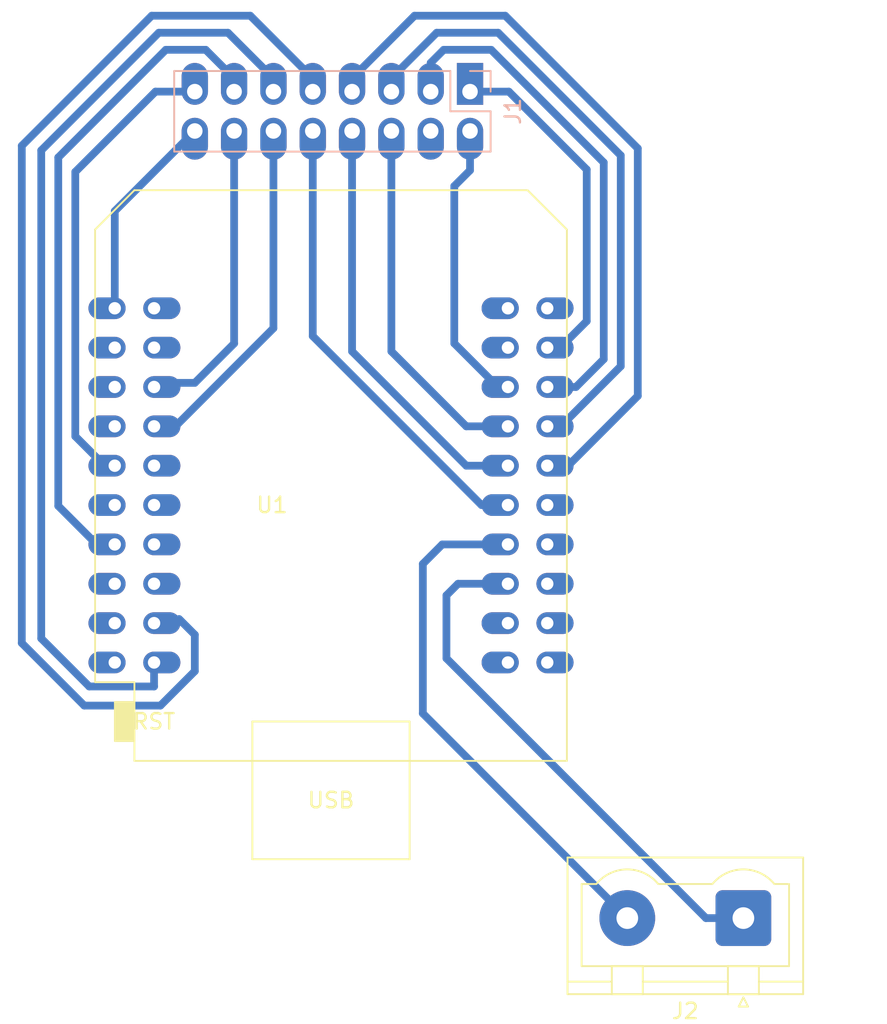
<source format=kicad_pcb>
(kicad_pcb (version 20211014) (generator pcbnew)
  (layers (0 "F.Cu" signal) (31 "B.Cu" signal) (34 "B.Paste" user) (35 "F.Paste" user) (36 "B.SilkS" user "B.Silkscreen") (37 "F.SilkS" user "F.Silkscreen") (38 "B.Mask" user) (39 "F.Mask" user) (44 "Edge.Cuts" user))
  (net 0 "")
  (net 1 "Net-(J2-Pad1)")
  (net 2 "Net-(J1-Pad1)")
  (net 8 "Net-(U1-Pad13)")
  (net 13 "Net-(J1-Pad2)")
  (net 14 "Net-(J1-Pad3)")
  (net 18 "Net-(J1-Pad5)")
  (net 19 "Net-(J1-Pad6)")
  (net 20 "Net-(J1-Pad7)")
  (net 22 "Net-(J1-Pad8)")
  (net 23 "Net-(U1-Pad20)")
  (net 24 "Net-(J1-Pad10)")
  (net 25 "Net-(U1-Pad9)")
  (net 26 "Net-(J1-Pad12)")
  (net 27 "Net-(J1-Pad14)")
  (net 28 "Net-(U1-Pad18)")
  (net 29 "Net-(J1-Pad16)")
  (footprint "Connector_Phoenix_GMSTB:PhoenixContact_GMSTBVA_2,5_2-G_1x02_P7.50mm_Vertical" (layer "F.Cu") (at 151.264 138.684 180)
    (fp_text reference "J2" (at 3.75 -6) (layer "F.SilkS"))
    (fp_text value "Power")
    (fp_line (start 0 -5.11) (end -0.3 -5.71) (layer "F.SilkS") (width 0.12))
    (fp_line (start 8.5 -3.1) (end 6.5 -3.1) (layer "F.SilkS") (width 0.12))
    (fp_line (start -1 -3.1) (end -1 -4.91) (layer "F.SilkS") (width 0.12))
    (fp_line (start 10.45 -3.1) (end 10.45 2.2) (layer "F.SilkS") (width 0.12))
    (fp_line (start 11.36 -4.91) (end -3.86 -4.91) (layer "F.SilkS") (width 0.12))
    (fp_line (start 2 2.2) (end 5.5 2.2) (layer "F.SilkS") (width 0.12))
    (fp_line (start -1 -4.91) (end 1 -4.91) (layer "F.SilkS") (width 0.12))
    (fp_line (start -2.95 2.2) (end -2.95 -3.1) (layer "F.SilkS") (width 0.12))
    (fp_line (start -3.86 -4.91) (end -3.86 3.91) (layer "F.SilkS") (width 0.12))
    (fp_line (start 1 -3.1) (end -1 -3.1) (layer "F.SilkS") (width 0.12))
    (fp_line (start 10.45 2.2) (end 9.5 2.2) (layer "F.SilkS") (width 0.12))
    (fp_line (start 6.5 -4.91) (end 8.5 -4.91) (layer "F.SilkS") (width 0.12))
    (fp_line (start -0.3 -5.71) (end 0.3 -5.71) (layer "F.SilkS") (width 0.12))
    (fp_line (start 1 -4.1) (end 6.5 -4.1) (layer "F.SilkS") (width 0.12))
    (fp_line (start 6.5 -3.1) (end 6.5 -4.91) (layer "F.SilkS") (width 0.12))
    (fp_line (start -2.95 -3.1) (end 10.45 -3.1) (layer "F.SilkS") (width 0.12))
    (fp_line (start -3.86 -4.1) (end -1.11 -4.1) (layer "F.SilkS") (width 0.12))
    (fp_line (start 1 -4.91) (end 1 -3.1) (layer "F.SilkS") (width 0.12))
    (fp_line (start -3.86 3.91) (end 11.36 3.91) (layer "F.SilkS") (width 0.12))
    (fp_line (start 11.36 -4.1) (end 8.61 -4.1) (layer "F.SilkS") (width 0.12))
    (fp_line (start 0.3 -5.71) (end 0 -5.11) (layer "F.SilkS") (width 0.12))
    (fp_line (start 8.5 -4.91) (end 8.5 -3.1) (layer "F.SilkS") (width 0.12))
    (fp_line (start 11.36 3.91) (end 11.36 -4.91) (layer "F.SilkS") (width 0.12))
    (fp_line (start -2 2.2) (end -2.95 2.2) (layer "F.SilkS") (width 0.12))
    (fp_arc (start 1.986842 2.215821) (mid -0.010289 3.142758) (end -2 2.2) (layer "F.SilkS") (width 0.12))
    (fp_arc (start 9.486842 2.215821) (mid 7.489711 3.142758) (end 5.5 2.2) (layer "F.SilkS") (width 0.12))
    (pad "1" thru_hole roundrect (at 0 0 180) (size 3.6 3.6) (drill 1.4) (layers *.Cu *.Mask) (roundrect_rratio 0.125) (net 1 "Net-(J2-Pad1)"))
    (pad "2" thru_hole oval (at 7.5 0 180) (size 3.6 3.6) (drill 1.4) (layers *.Cu *.Mask) (net 29 "Net-(J1-Pad16)"))
  )
  (footprint "ESP32_mini:ESP32_mini" (layer "F.Cu") (at 124.623 110.757)
    (fp_text reference "U1" (at -3.81 1.27) (layer "F.SilkS"))
    (fp_text value "mini_esp32")
    (fp_text user "USB" (at 0 20.32) (layer "F.SilkS"))
    (fp_text user "RST" (at -11.43 15.24) (layer "F.SilkS"))
    (fp_line (start 5.08 15.24) (end 5.08 17.78) (layer "F.SilkS") (width 0.12))
    (fp_line (start -15.24 12.7) (end -12.7 12.7) (layer "F.SilkS") (width 0.12))
    (fp_line (start -5.08 15.24) (end 5.08 15.24) (layer "F.SilkS") (width 0.12))
    (fp_line (start -12.7 17.78) (end 15.24 17.78) (layer "F.SilkS") (width 0.12))
    (fp_line (start -5.08 17.78) (end -5.08 15.24) (layer "F.SilkS") (width 0.12))
    (fp_line (start -12.7 12.7) (end -12.7 17.78) (layer "F.SilkS") (width 0.12))
    (fp_line (start -5.08 17.78) (end -5.08 24.13) (layer "F.SilkS") (width 0.12))
    (fp_line (start 12.7 -19.05) (end -11.43 -19.05) (layer "F.SilkS") (width 0.12))
    (fp_line (start 15.24 -16.51) (end 15.24 17.78) (layer "F.SilkS") (width 0.12))
    (fp_line (start 12.7 -19.05) (end 15.24 -16.51) (layer "F.SilkS") (width 0.12))
    (fp_line (start 5.08 24.13) (end 5.08 17.78) (layer "F.SilkS") (width 0.12))
    (fp_line (start -5.08 24.13) (end 5.08 24.13) (layer "F.SilkS") (width 0.12))
    (fp_line (start -12.7 -19.05) (end -11.43 -19.05) (layer "F.SilkS") (width 0.12))
    (fp_line (start -15.24 -16.51) (end -15.24 12.7) (layer "F.SilkS") (width 0.12))
    (fp_line (start -12.7 -19.05) (end -15.24 -16.51) (layer "F.SilkS") (width 0.12))
    (fp_poly (pts (xy -13.97 16.51) (xy -13.97 13.97) (xy -12.7 13.97) (xy -12.7 16.51)) (layer "F.SilkS") (width 0.1) (fill solid))
    (pad "1" thru_hole oval locked (at -13.97 -11.43 270) (size 1.4 2.4) (drill 0.8 (offset 0 0.5)) (layers *.Cu *.Mask) (net 29 "Net-(J1-Pad16)"))
    (pad "2" thru_hole oval locked (at -11.43 -11.43 270) (size 1.4 2.4) (drill 0.8 (offset 0 -0.5)) (layers *.Cu *.Mask))
    (pad "3" thru_hole oval locked (at -13.97 -8.89 270) (size 1.4 2.4) (drill 0.8 (offset 0 0.5)) (layers *.Cu *.Mask))
    (pad "4" thru_hole oval locked (at -11.43 -8.89 270) (size 1.4 2.4) (drill 0.8 (offset 0 -0.5)) (layers *.Cu *.Mask))
    (pad "5" thru_hole oval locked (at -13.97 -6.35 270) (size 1.4 2.4) (drill 0.8 (offset 0 0.5)) (layers *.Cu *.Mask))
    (pad "6" thru_hole oval locked (at -11.43 -6.35 270) (size 1.4 2.4) (drill 0.8 (offset 0 -0.5)) (layers *.Cu *.Mask) (net 27 "Net-(J1-Pad14)"))
    (pad "7" thru_hole oval locked (at -13.97 -3.81 270) (size 1.4 2.4) (drill 0.8 (offset 0 0.5)) (layers *.Cu *.Mask))
    (pad "8" thru_hole oval locked (at -11.43 -3.81 270) (size 1.4 2.4) (drill 0.8 (offset 0 -0.5)) (layers *.Cu *.Mask) (net 26 "Net-(J1-Pad12)"))
    (pad "9" thru_hole oval locked (at -13.97 -1.27 270) (size 1.4 2.4) (drill 0.8 (offset 0 0.5)) (layers *.Cu *.Mask) (net 25 "Net-(U1-Pad9)"))
    (pad "10" thru_hole oval locked (at -11.43 -1.27 270) (size 1.4 2.4) (drill 0.8 (offset 0 -0.5)) (layers *.Cu *.Mask))
    (pad "11" thru_hole oval locked (at -13.97 1.27 270) (size 1.4 2.4) (drill 0.8 (offset 0 0.5)) (layers *.Cu *.Mask))
    (pad "12" thru_hole oval locked (at -11.43 1.27 270) (size 1.4 2.4) (drill 0.8 (offset 0 -0.5)) (layers *.Cu *.Mask))
    (pad "13" thru_hole oval locked (at -13.97 3.81 270) (size 1.4 2.4) (drill 0.8 (offset 0 0.5)) (layers *.Cu *.Mask) (net 8 "Net-(U1-Pad13)"))
    (pad "14" thru_hole oval locked (at -11.43 3.81 270) (size 1.4 2.4) (drill 0.8 (offset 0 -0.5)) (layers *.Cu *.Mask))
    (pad "15" thru_hole oval locked (at -13.97 6.35 270) (size 1.4 2.4) (drill 0.8 (offset 0 0.5)) (layers *.Cu *.Mask))
    (pad "16" thru_hole oval locked (at -11.43 6.35 270) (size 1.4 2.4) (drill 0.8 (offset 0 -0.5)) (layers *.Cu *.Mask))
    (pad "17" thru_hole oval locked (at -13.97 8.89 270) (size 1.4 2.4) (drill 0.8 (offset 0 0.5)) (layers *.Cu *.Mask))
    (pad "18" thru_hole oval locked (at -11.43 8.89 270) (size 1.4 2.4) (drill 0.8 (offset 0 -0.5)) (layers *.Cu *.Mask) (net 28 "Net-(U1-Pad18)"))
    (pad "19" thru_hole oval locked (at -13.97 11.43 270) (size 1.4 2.4) (drill 0.8 (offset 0 0.5)) (layers *.Cu *.Mask))
    (pad "20" thru_hole oval locked (at -11.43 11.43 270) (size 1.4 2.4) (drill 0.8 (offset 0 -0.5)) (layers *.Cu *.Mask) (net 23 "Net-(U1-Pad20)"))
    (pad "21" thru_hole oval locked (at 11.43 -11.43 270) (size 1.4 2.4) (drill 0.8 (offset 0 0.5)) (layers *.Cu *.Mask))
    (pad "22" thru_hole oval locked (at 13.97 -11.43 270) (size 1.4 2.4) (drill 0.8 (offset 0 -0.5)) (layers *.Cu *.Mask) (net 29 "Net-(J1-Pad16)"))
    (pad "23" thru_hole oval locked (at 11.43 -8.89 270) (size 1.4 2.4) (drill 0.8 (offset 0 0.5)) (layers *.Cu *.Mask))
    (pad "24" thru_hole oval locked (at 13.97 -8.89 270) (size 1.4 2.4) (drill 0.8 (offset 0 -0.5)) (layers *.Cu *.Mask) (net 2 "Net-(J1-Pad1)"))
    (pad "25" thru_hole oval locked (at 11.43 -6.35 270) (size 1.4 2.4) (drill 0.8 (offset 0 0.5)) (layers *.Cu *.Mask) (net 13 "Net-(J1-Pad2)"))
    (pad "26" thru_hole oval locked (at 13.97 -6.35 270) (size 1.4 2.4) (drill 0.8 (offset 0 -0.5)) (layers *.Cu *.Mask) (net 14 "Net-(J1-Pad3)"))
    (pad "27" thru_hole oval locked (at 11.43 -3.81 270) (size 1.4 2.4) (drill 0.8 (offset 0 0.5)) (layers *.Cu *.Mask) (net 19 "Net-(J1-Pad6)"))
    (pad "28" thru_hole oval locked (at 13.97 -3.81 270) (size 1.4 2.4) (drill 0.8 (offset 0 -0.5)) (layers *.Cu *.Mask) (net 18 "Net-(J1-Pad5)"))
    (pad "29" thru_hole oval locked (at 11.43 -1.27 270) (size 1.4 2.4) (drill 0.8 (offset 0 0.5)) (layers *.Cu *.Mask) (net 22 "Net-(J1-Pad8)"))
    (pad "30" thru_hole oval locked (at 13.97 -1.27 270) (size 1.4 2.4) (drill 0.8 (offset 0 -0.5)) (layers *.Cu *.Mask) (net 20 "Net-(J1-Pad7)"))
    (pad "31" thru_hole oval locked (at 11.43 1.27 270) (size 1.4 2.4) (drill 0.8 (offset 0 0.5)) (layers *.Cu *.Mask) (net 24 "Net-(J1-Pad10)"))
    (pad "32" thru_hole oval locked (at 13.97 1.27 270) (size 1.4 2.4) (drill 0.8 (offset 0 -0.5)) (layers *.Cu *.Mask))
    (pad "33" thru_hole oval locked (at 11.43 3.81 270) (size 1.4 2.4) (drill 0.8 (offset 0 0.5)) (layers *.Cu *.Mask) (net 29 "Net-(J1-Pad16)"))
    (pad "34" thru_hole oval locked (at 13.97 3.81 270) (size 1.4 2.4) (drill 0.8 (offset 0 -0.5)) (layers *.Cu *.Mask))
    (pad "35" thru_hole oval locked (at 11.43 6.35 270) (size 1.4 2.4) (drill 0.8 (offset 0 0.5)) (layers *.Cu *.Mask) (net 1 "Net-(J2-Pad1)"))
    (pad "36" thru_hole oval locked (at 13.97 6.35 270) (size 1.4 2.4) (drill 0.8 (offset 0 -0.5)) (layers *.Cu *.Mask))
    (pad "37" thru_hole oval locked (at 11.43 8.89 270) (size 1.4 2.4) (drill 0.8 (offset 0 0.5)) (layers *.Cu *.Mask))
    (pad "38" thru_hole oval locked (at 13.97 8.89 270) (size 1.4 2.4) (drill 0.8 (offset 0 -0.5)) (layers *.Cu *.Mask))
    (pad "39" thru_hole oval locked (at 11.43 11.43 270) (size 1.4 2.4) (drill 0.8 (offset 0 0.5)) (layers *.Cu *.Mask))
    (pad "40" thru_hole oval locked (at 13.97 11.43 270) (size 1.4 2.4) (drill 0.8 (offset 0 -0.5)) (layers *.Cu *.Mask))
  )
  (footprint "Connector_PinSocket_2.54mm:PinSocket_2x08_P2.54mm_Vertical" (layer "B.Cu") (at 133.604 85.344 90)
    (fp_text reference "J1" (at -1.27 2.77 90) (layer "B.SilkS"))
    (fp_text value "PUT_IN")
    (fp_line (start 1.33 1.33) (end 1.33 0) (layer "B.SilkS") (width 0.12))
    (fp_line (start -3.87 1.33) (end -1.27 1.33) (layer "B.SilkS") (width 0.12))
    (fp_line (start -1.27 -1.27) (end 1.33 -1.27) (layer "B.SilkS") (width 0.12))
    (fp_line (start -3.87 1.33) (end -3.87 -19.11) (layer "B.SilkS") (width 0.12))
    (fp_line (start -3.87 -19.11) (end 1.33 -19.11) (layer "B.SilkS") (width 0.12))
    (fp_line (start 0 1.33) (end 1.33 1.33) (layer "B.SilkS") (width 0.12))
    (fp_line (start 1.33 -1.27) (end 1.33 -19.11) (layer "B.SilkS") (width 0.12))
    (fp_line (start -1.27 1.33) (end -1.27 -1.27) (layer "B.SilkS") (width 0.12))
    (pad "1" thru_hole rect (at 0 0 90) (size 2.7 1.7) (drill 1 (offset 0.5 0)) (layers *.Cu *.Mask) (net 2 "Net-(J1-Pad1)"))
    (pad "2" thru_hole oval (at -2.54 0 90) (size 2.7 1.7) (drill 1 (offset -0.5 0)) (layers *.Cu *.Mask) (net 13 "Net-(J1-Pad2)"))
    (pad "3" thru_hole oval (at 0 -2.54 90) (size 2.7 1.7) (drill 1 (offset 0.5 0)) (layers *.Cu *.Mask) (net 14 "Net-(J1-Pad3)"))
    (pad "4" thru_hole oval (at -2.54 -2.54 90) (size 2.7 1.7) (drill 1 (offset -0.5 0)) (layers *.Cu *.Mask))
    (pad "5" thru_hole oval (at 0 -5.08 90) (size 2.7 1.7) (drill 1 (offset 0.5 0)) (layers *.Cu *.Mask) (net 18 "Net-(J1-Pad5)"))
    (pad "6" thru_hole oval (at -2.54 -5.08 90) (size 2.7 1.7) (drill 1 (offset -0.5 0)) (layers *.Cu *.Mask) (net 19 "Net-(J1-Pad6)"))
    (pad "7" thru_hole oval (at 0 -7.62 90) (size 2.7 1.7) (drill 1 (offset 0.5 0)) (layers *.Cu *.Mask) (net 20 "Net-(J1-Pad7)"))
    (pad "8" thru_hole oval (at -2.54 -7.62 90) (size 2.7 1.7) (drill 1 (offset -0.5 0)) (layers *.Cu *.Mask) (net 22 "Net-(J1-Pad8)"))
    (pad "9" thru_hole oval (at 0 -10.16 90) (size 2.7 1.7) (drill 1 (offset 0.5 0)) (layers *.Cu *.Mask) (net 28 "Net-(U1-Pad18)"))
    (pad "10" thru_hole oval (at -2.54 -10.16 90) (size 2.7 1.7) (drill 1 (offset -0.5 0)) (layers *.Cu *.Mask) (net 24 "Net-(J1-Pad10)"))
    (pad "11" thru_hole oval (at 0 -12.7 90) (size 2.7 1.7) (drill 1 (offset 0.5 0)) (layers *.Cu *.Mask) (net 23 "Net-(U1-Pad20)"))
    (pad "12" thru_hole oval (at -2.54 -12.7 90) (size 2.7 1.7) (drill 1 (offset -0.5 0)) (layers *.Cu *.Mask) (net 26 "Net-(J1-Pad12)"))
    (pad "13" thru_hole oval (at 0 -15.24 90) (size 2.7 1.7) (drill 1 (offset 0.5 0)) (layers *.Cu *.Mask) (net 8 "Net-(U1-Pad13)"))
    (pad "14" thru_hole oval (at -2.54 -15.24 90) (size 2.7 1.7) (drill 1 (offset -0.5 0)) (layers *.Cu *.Mask) (net 27 "Net-(J1-Pad14)"))
    (pad "15" thru_hole oval (at 0 -17.78 90) (size 2.7 1.7) (drill 1 (offset 0.5 0)) (layers *.Cu *.Mask) (net 25 "Net-(U1-Pad9)"))
    (pad "16" thru_hole oval (at -2.54 -17.78 90) (size 2.7 1.7) (drill 1 (offset -0.5 0)) (layers *.Cu *.Mask) (net 29 "Net-(J1-Pad16)"))
  )
  (segment (start 151.264 138.684) (end 148.844 138.684) (width 0.5) (layer "B.Cu") (net 1))
  (segment (start 132.08 121.92) (end 132.08 117.856) (width 0.5) (layer "B.Cu") (net 1))
  (segment (start 132.08 117.856) (end 132.829 117.107) (width 0.5) (layer "B.Cu") (net 1))
  (segment (start 132.829 117.107) (end 136.053 117.107) (width 0.5) (layer "B.Cu") (net 1))
  (segment (start 148.844 138.684) (end 132.08 121.92) (width 0.5) (layer "B.Cu") (net 1))
  (segment (start 133.604 85.344) (end 134.112 84.836) (width 0.5) (layer "F.Cu") (net 2))
  (segment (start 133.604 85.344) (end 136.113044 85.344) (width 0.5) (layer "B.Cu") (net 2))
  (segment (start 141.14252 100.15748) (end 139.433 101.867) (width 0.5) (layer "B.Cu") (net 2))
  (segment (start 141.14252 90.373476) (end 141.14252 100.15748) (width 0.5) (layer "B.Cu") (net 2))
  (segment (start 136.113044 85.344) (end 141.14252 90.373476) (width 0.5) (layer "B.Cu") (net 2))
  (segment (start 139.433 101.867) (end 138.593 101.867) (width 0.5) (layer "B.Cu") (net 2))
  (segment (start 118.364 85.344) (end 118.364 84.480516) (width 0.5) (layer "B.Cu") (net 8))
  (segment (start 113.95152 82.64448) (end 107.00396 89.59204) (width 0.5) (layer "B.Cu") (net 8))
  (segment (start 107.00396 89.59204) (end 107.00396 112.08396) (width 0.5) (layer "B.Cu") (net 8))
  (segment (start 116.527964 82.64448) (end 113.95152 82.64448) (width 0.5) (layer "B.Cu") (net 8))
  (segment (start 118.364 84.480516) (end 116.527964 82.64448) (width 0.5) (layer "B.Cu") (net 8))
  (segment (start 107.00396 112.08396) (end 109.487 114.567) (width 0.5) (layer "B.Cu") (net 8))
  (segment (start 109.487 114.567) (end 110.653 114.567) (width 0.5) (layer "B.Cu") (net 8))
  (segment (start 135.401648 104.407) (end 136.053 104.407) (width 0.5) (layer "B.Cu") (net 13))
  (segment (start 132.588 101.593352) (end 135.401648 104.407) (width 0.5) (layer "B.Cu") (net 13))
  (segment (start 132.588 91.44) (end 132.588 101.593352) (width 0.5) (layer "B.Cu") (net 13))
  (segment (start 133.604 87.884) (end 133.604 90.424) (width 0.5) (layer "B.Cu") (net 13))
  (segment (start 133.604 90.424) (end 132.588 91.44) (width 0.5) (layer "B.Cu") (net 13))
  (segment (start 131.064 83.484978) (end 131.904489 82.644489) (width 0.5) (layer "B.Cu") (net 14))
  (segment (start 140.449 104.407) (end 138.593 104.407) (width 0.5) (layer "B.Cu") (net 14))
  (segment (start 131.904489 82.644489) (end 134.968489 82.644489) (width 0.5) (layer "B.Cu") (net 14))
  (segment (start 142.24204 102.61396) (end 140.449 104.407) (width 0.5) (layer "B.Cu") (net 14))
  (segment (start 134.968489 82.644489) (end 142.24204 89.91804) (width 0.5) (layer "B.Cu") (net 14))
  (segment (start 131.064 85.344) (end 131.064 83.484978) (width 0.5) (layer "B.Cu") (net 14))
  (segment (start 142.24204 89.91804) (end 142.24204 102.61396) (width 0.5) (layer "B.Cu") (net 14))
  (segment (start 128.524 85.344) (end 128.524 84.470022) (width 0.5) (layer "B.Cu") (net 18))
  (segment (start 139.463956 106.947) (end 138.593 106.947) (width 0.5) (layer "B.Cu") (net 18))
  (segment (start 131.449053 81.544969) (end 135.423925 81.544969) (width 0.5) (layer "B.Cu") (net 18))
  (segment (start 128.524 84.470022) (end 131.449053 81.544969) (width 0.5) (layer "B.Cu") (net 18))
  (segment (start 135.423925 81.544969) (end 143.34156 89.462604) (width 0.5) (layer "B.Cu") (net 18))
  (segment (start 143.34156 103.069396) (end 139.463956 106.947) (width 0.5) (layer "B.Cu") (net 18))
  (segment (start 143.34156 89.462604) (end 143.34156 103.069396) (width 0.5) (layer "B.Cu") (net 18))
  (segment (start 128.524 87.884) (end 128.524 102.108) (width 0.5) (layer "B.Cu") (net 19))
  (segment (start 128.524 102.108) (end 133.363 106.947) (width 0.5) (layer "B.Cu") (net 19))
  (segment (start 133.363 106.947) (end 136.053 106.947) (width 0.5) (layer "B.Cu") (net 19))
  (segment (start 144.44108 89.007168) (end 144.44108 104.98692) (width 0.5) (layer "B.Cu") (net 20))
  (segment (start 144.44108 104.98692) (end 139.941 109.487) (width 0.5) (layer "B.Cu") (net 20))
  (segment (start 125.984 85.344) (end 125.984 84.480516) (width 0.5) (layer "B.Cu") (net 20))
  (segment (start 125.984 84.480516) (end 130.019067 80.445449) (width 0.5) (layer "B.Cu") (net 20))
  (segment (start 139.941 109.487) (end 138.593 109.487) (width 0.5) (layer "B.Cu") (net 20))
  (segment (start 130.019067 80.445449) (end 135.879361 80.445449) (width 0.5) (layer "B.Cu") (net 20))
  (segment (start 135.879361 80.445449) (end 144.44108 89.007168) (width 0.5) (layer "B.Cu") (net 20))
  (segment (start 125.984 87.884) (end 125.984 102.108) (width 0.5) (layer "B.Cu") (net 22))
  (segment (start 125.984 102.108) (end 133.363 109.487) (width 0.5) (layer "B.Cu") (net 22))
  (segment (start 133.363 109.487) (end 136.053 109.487) (width 0.5) (layer "B.Cu") (net 22))
  (segment (start 105.90444 89.136604) (end 105.90444 120.63644) (width 0.5) (layer "B.Cu") (net 23))
  (segment (start 105.90444 120.63644) (end 109.00452 123.73652) (width 0.5) (layer "B.Cu") (net 23))
  (segment (start 117.968444 81.54496) (end 113.496084 81.54496) (width 0.5) (layer "B.Cu") (net 23))
  (segment (start 109.00452 123.73652) (end 113.193 123.73652) (width 0.5) (layer "B.Cu") (net 23))
  (segment (start 120.904 84.480516) (end 117.968444 81.54496) (width 0.5) (layer "B.Cu") (net 23))
  (segment (start 113.496084 81.54496) (end 105.90444 89.136604) (width 0.5) (layer "B.Cu") (net 23))
  (segment (start 120.904 85.344) (end 120.904 84.480516) (width 0.5) (layer "B.Cu") (net 23))
  (segment (start 113.193 123.73652) (end 113.193 122.187) (width 0.5) (layer "B.Cu") (net 23))
  (segment (start 123.444 87.884) (end 123.444 101.122956) (width 0.5) (layer "B.Cu") (net 24))
  (segment (start 134.348044 112.027) (end 136.053 112.027) (width 0.5) (layer "B.Cu") (net 24))
  (segment (start 123.444 101.122956) (end 134.348044 112.027) (width 0.5) (layer "B.Cu") (net 24))
  (segment (start 108.10348 90.52452) (end 108.10348 107.588832) (width 0.5) (layer "B.Cu") (net 25))
  (segment (start 115.824 85.344) (end 113.284 85.344) (width 0.5) (layer "B.Cu") (net 25))
  (segment (start 113.284 85.344) (end 108.10348 90.52452) (width 0.5) (layer "B.Cu") (net 25))
  (segment (start 110.001648 109.487) (end 110.653 109.487) (width 0.5) (layer "B.Cu") (net 25))
  (segment (start 108.10348 107.588832) (end 110.001648 109.487) (width 0.5) (layer "B.Cu") (net 25))
  (segment (start 120.904 100.614956) (end 114.571956 106.947) (width 0.5) (layer "B.Cu") (net 26))
  (segment (start 114.571956 106.947) (end 113.193 106.947) (width 0.5) (layer "B.Cu") (net 26))
  (segment (start 120.904 87.884) (end 120.904 100.614956) (width 0.5) (layer "B.Cu") (net 26))
  (segment (start 113.46 104.14) (end 115.824 104.14) (width 0.5) (layer "B.Cu") (net 27))
  (segment (start 115.824 104.14) (end 118.364 101.6) (width 0.5) (layer "B.Cu") (net 27))
  (segment (start 113.193 104.407) (end 113.46 104.14) (width 0.5) (layer "B.Cu") (net 27))
  (segment (start 118.364 101.6) (end 118.364 87.884) (width 0.5) (layer "B.Cu") (net 27))
  (segment (start 113.603352 124.968) (end 115.824 122.747352) (width 0.5) (layer "B.Cu") (net 28))
  (segment (start 104.648 120.934956) (end 108.681044 124.968) (width 0.5) (layer "B.Cu") (net 28))
  (segment (start 123.444 85.344) (end 123.444 84.480516) (width 0.5) (layer "B.Cu") (net 28))
  (segment (start 115.824 120.396) (end 114.808 119.38) (width 0.5) (layer "B.Cu") (net 28))
  (segment (start 104.648 88.838088) (end 104.648 120.934956) (width 0.5) (layer "B.Cu") (net 28))
  (segment (start 123.444 84.480516) (end 119.408924 80.44544) (width 0.5) (layer "B.Cu") (net 28))
  (segment (start 119.408924 80.44544) (end 113.040648 80.44544) (width 0.5) (layer "B.Cu") (net 28))
  (segment (start 108.681044 124.968) (end 113.603352 124.968) (width 0.5) (layer "B.Cu") (net 28))
  (segment (start 115.824 122.747352) (end 115.824 120.396) (width 0.5) (layer "B.Cu") (net 28))
  (segment (start 113.040648 80.44544) (end 104.648 88.838088) (width 0.5) (layer "B.Cu") (net 28))
  (segment (start 131.813 114.567) (end 136.053 114.567) (width 0.5) (layer "B.Cu") (net 29))
  (segment (start 130.556 125.476) (end 130.556 115.824) (width 0.5) (layer "B.Cu") (net 29))
  (segment (start 110.653 93.055) (end 110.653 99.327) (width 0.5) (layer "B.Cu") (net 29))
  (segment (start 115.824 87.884) (end 110.653 93.055) (width 0.5) (layer "B.Cu") (net 29))
  (segment (start 130.556 115.824) (end 131.813 114.567) (width 0.5) (layer "B.Cu") (net 29))
  (segment (start 143.764 138.684) (end 130.556 125.476) (width 0.5) (layer "B.Cu") (net 29))
)
</source>
